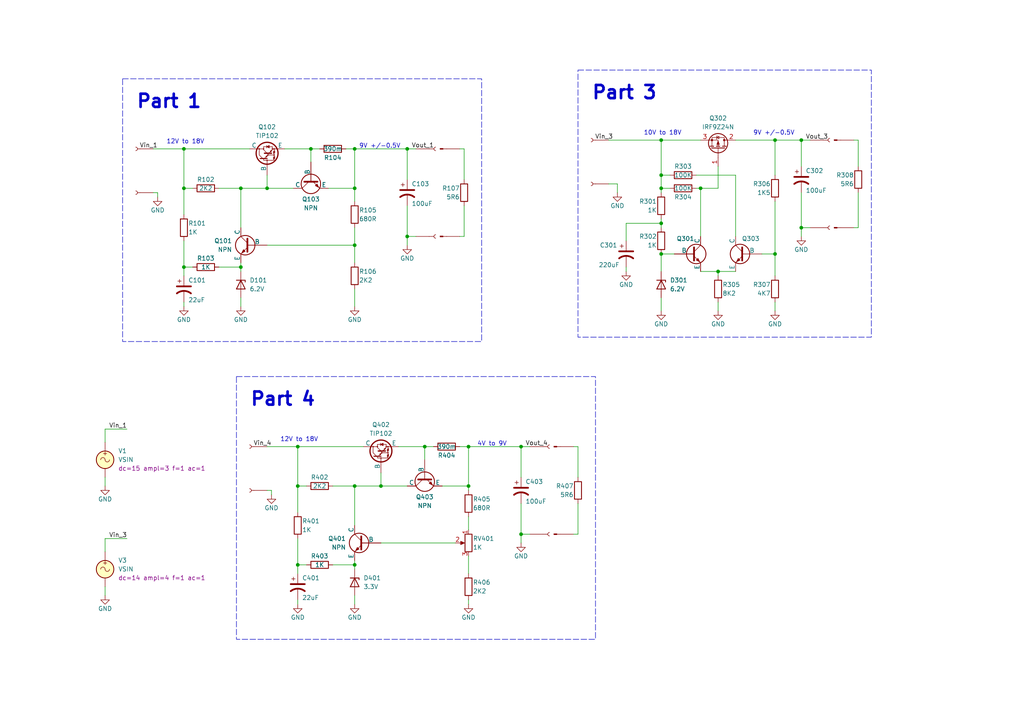
<source format=kicad_sch>
(kicad_sch (version 20230121) (generator eeschema)
  (paper "A4")
  (title_block (title "Discrete Series Linear Voltage Regulators") (date "2024-03-07") (rev "3") (company "ZAM Industries, LLC") (comment 1 "Drawn by: Mark Vaughn"))
  (lib_symbols
    (symbol "2N3904_1" (pin_numbers hide) (pin_names (offset 0))
      (property "Reference" "Q" (at 5.08 1.905 0))
      (property "Value" "2N3904" (at 5.08 0 0))
      (symbol "2N3904_1_0_1"
        (polyline (pts (xy 0.635 0.635) (xy 2.54 2.54)))
        (polyline (pts (xy 0.635 -0.635) (xy 2.54 -2.54) (xy 2.54 -2.54)))
        (polyline (pts (xy 0.635 1.905) (xy 0.635 -1.905) (xy 0.635 -1.905)) (stroke (width 0.508)))
        (polyline (pts (xy 1.27 -1.778) (xy 1.778 -1.27) (xy 2.286 -2.286) (xy 1.27 -1.778) (xy 1.27 -1.778)) (fill (type outline)))
        (circle (center 1.27 0) (radius 2.8194) (stroke (width 0.254)))
      )
      (symbol "2N3904_1_1_1"
        (pin passive line (at 2.54 -5.08 90) (length 2.54) (name "E") (number "1"))
        (pin passive line (at -5.08 0 0) (length 5.715) (name "B") (number "2"))
        (pin passive line (at 2.54 5.08 270) (length 2.54) (name "C") (number "3"))
      )
    )
    (symbol "2N3904_2" (pin_numbers hide) (pin_names (offset 0))
      (property "Reference" "Q" (at 5.08 1.905 0))
      (property "Value" "2N3904" (at 5.08 0 0))
      (symbol "2N3904_2_0_1"
        (polyline (pts (xy 0.635 0.635) (xy 2.54 2.54)))
        (polyline (pts (xy 0.635 -0.635) (xy 2.54 -2.54) (xy 2.54 -2.54)))
        (polyline (pts (xy 0.635 1.905) (xy 0.635 -1.905) (xy 0.635 -1.905)) (stroke (width 0.508)))
        (polyline (pts (xy 1.27 -1.778) (xy 1.778 -1.27) (xy 2.286 -2.286) (xy 1.27 -1.778) (xy 1.27 -1.778)) (fill (type outline)))
        (circle (center 1.27 0) (radius 2.8194) (stroke (width 0.254)))
      )
      (symbol "2N3904_2_1_1"
        (pin passive line (at 2.54 -5.08 90) (length 2.54) (name "E") (number "1"))
        (pin passive line (at -5.08 0 0) (length 5.715) (name "B") (number "2"))
        (pin passive line (at 2.54 5.08 270) (length 2.54) (name "C") (number "3"))
      )
    )
    (symbol "Conn_01x01_Socket_2" (pin_numbers hide) (pin_names (offset 1.016) hide)
      (property "Reference" "J" (at 0 2.54 0))
      (property "Value" "Conn_01x01_Socket" (at 0 -2.54 0))
      (symbol "Conn_01x01_Socket_2_1_1"
        (polyline (pts (xy -1.27 0) (xy -0.508 0)) (stroke (width 0.1524)))
        (arc (start 0 0.508) (mid -0.5058 0) (end 0 -0.508) (stroke (width 0.1524)))
        (pin passive line (at -5.08 0 0) (length 3.81) (name "Pin_1") (number "1"))
      )
    )
    (symbol "Device:C_Polarized_US" (pin_numbers hide) (pin_names (offset 0.254) hide)
      (property "Reference" "C" (at 0.635 2.54 0))
      (property "Value" "C_Polarized_US" (at 0.635 -2.54 0))
      (symbol "C_Polarized_US_0_1"
        (polyline (pts (xy -2.032 0.762) (xy 2.032 0.762)) (stroke (width 0.508)))
        (polyline (pts (xy -1.778 2.286) (xy -0.762 2.286)))
        (polyline (pts (xy -1.27 1.778) (xy -1.27 2.794)))
        (arc (start 2.032 -1.27) (mid 0 -0.5572) (end -2.032 -1.27) (stroke (width 0.508)))
      )
      (symbol "C_Polarized_US_1_1"
        (pin passive line (at 0 3.81 270) (length 2.794) (name "~") (number "1"))
        (pin passive line (at 0 -3.81 90) (length 3.302) (name "~") (number "2"))
      )
    )
    (symbol "Device:D_Zener" (pin_numbers hide) (pin_names (offset 1.016) hide)
      (property "Reference" "D" (at 0 2.54 0))
      (property "Value" "D_Zener" (at 0 -2.54 0))
      (symbol "D_Zener_0_1"
        (polyline (pts (xy 1.27 0) (xy -1.27 0)))
        (polyline (pts (xy -1.27 -1.27) (xy -1.27 1.27) (xy -0.762 1.27)) (stroke (width 0.254)))
        (polyline (pts (xy 1.27 -1.27) (xy 1.27 1.27) (xy -1.27 0) (xy 1.27 -1.27)) (stroke (width 0.254)))
      )
      (symbol "D_Zener_1_1"
        (pin passive line (at -3.81 0 0) (length 2.54) (name "K") (number "1"))
        (pin passive line (at 3.81 0 180) (length 2.54) (name "A") (number "2"))
      )
    )
    (symbol "Device:Q_PMOS_GDS" (pin_names (offset 0) hide)
      (property "Reference" "Q" (at 5.08 1.27 0))
      (property "Value" "Q_PMOS_GDS" (at 5.08 -1.27 0))
      (symbol "Q_PMOS_GDS_0_1"
        (polyline (pts (xy 0.254 0) (xy -2.54 0)))
        (polyline (pts (xy 0.254 1.905) (xy 0.254 -1.905)) (stroke (width 0.254)))
        (polyline (pts (xy 0.762 -1.27) (xy 0.762 -2.286)) (stroke (width 0.254)))
        (polyline (pts (xy 0.762 0.508) (xy 0.762 -0.508)) (stroke (width 0.254)))
        (polyline (pts (xy 0.762 2.286) (xy 0.762 1.27)) (stroke (width 0.254)))
        (polyline (pts (xy 2.54 2.54) (xy 2.54 1.778)))
        (polyline (pts (xy 2.54 -2.54) (xy 2.54 0) (xy 0.762 0)))
        (polyline (pts (xy 0.762 1.778) (xy 3.302 1.778) (xy 3.302 -1.778) (xy 0.762 -1.778)))
        (polyline (pts (xy 2.286 0) (xy 1.27 0.381) (xy 1.27 -0.381) (xy 2.286 0)) (fill (type outline)))
        (polyline (pts (xy 2.794 -0.508) (xy 2.921 -0.381) (xy 3.683 -0.381) (xy 3.81 -0.254)))
        (polyline (pts (xy 3.302 -0.381) (xy 2.921 0.254) (xy 3.683 0.254) (xy 3.302 -0.381)))
        (circle (center 1.651 0) (radius 2.794) (stroke (width 0.254)))
        (circle (center 2.54 -1.778) (radius 0.254) (fill (type outline)))
        (circle (center 2.54 1.778) (radius 0.254) (fill (type outline)))
      )
      (symbol "Q_PMOS_GDS_1_1"
        (pin input line (at -5.08 0 0) (length 2.54) (name "G") (number "1"))
        (pin passive line (at 2.54 5.08 270) (length 2.54) (name "D") (number "2"))
        (pin passive line (at 2.54 -5.08 90) (length 2.54) (name "S") (number "3"))
      )
    )
    (symbol "Device:R" (pin_numbers hide) (pin_names (offset 0))
      (property "Reference" "R" (at 2.032 0 90))
      (property "Value" "R" (at 0 0 90))
      (symbol "R_0_1"
        (rectangle (start -1.016 -2.54) (end 1.016 2.54) (stroke (width 0.254)))
      )
      (symbol "R_1_1"
        (pin passive line (at 0 3.81 270) (length 1.27) (name "~") (number "1"))
        (pin passive line (at 0 -3.81 90) (length 1.27) (name "~") (number "2"))
      )
    )
    (symbol "Device:R_Potentiometer" (pin_names (offset 1.016) hide)
      (property "Reference" "RV" (at -4.445 0 90))
      (property "Value" "R_Potentiometer" (at -2.54 0 90))
      (symbol "R_Potentiometer_0_1"
        (polyline (pts (xy 2.54 0) (xy 1.524 0)))
        (polyline (pts (xy 1.143 0) (xy 2.286 0.508) (xy 2.286 -0.508) (xy 1.143 0)) (fill (type outline)))
        (rectangle (start 1.016 2.54) (end -1.016 -2.54) (stroke (width 0.254)))
      )
      (symbol "R_Potentiometer_1_1"
        (pin passive line (at 0 3.81 270) (length 1.27) (name "1") (number "1"))
        (pin passive line (at 3.81 0 180) (length 1.27) (name "2") (number "2"))
        (pin passive line (at 0 -3.81 90) (length 1.27) (name "3") (number "3"))
      )
    )
    (symbol "LarryLab:Output_Terminal" (pin_numbers hide) (pin_names (offset 1.016) hide)
      (property "Sim.Device" "R" (at -3.81 -5.08 0))
      (property "Sim.Pins" "1=+ 2=-" (at 0 -7.62 0))
      (property "Sim.Params" "r=0.0001" (at 0 -5.08 0))
      (symbol "Output_Terminal_1_1"
        (arc (start -0.635 0.508) (mid -1.1408 0) (end -0.635 -0.508) (stroke (width 0.1524)))
        (polyline (pts (xy -2.54 0) (xy -1.143 0)) (stroke (width 0.1524)))
        (polyline (pts (xy 2.54 0) (xy 1.4986 0)) (stroke (width 0.1524)))
        (rectangle (start 1.4986 0.127) (end 0.635 -0.127) (stroke (width 0.1524)) (fill (type outline)))
        (pin passive line (at -6.35 0 0) (length 3.81) (name "In") (number "1"))
        (pin passive line (at 6.35 0 180) (length 3.81) (name "Out") (number "2"))
      )
    )
    (symbol "Simulation_SPICE:VSIN" (pin_numbers hide) (pin_names (offset 0.0254))
      (property "Reference" "V" (at 2.54 2.54 0))
      (property "Value" "VSIN" (at 2.54 0 0))
      (property "Sim.Params" "dc=0 ampl=1 f=1k ac=1" (at 2.54 -2.54 0))
      (symbol "VSIN_0_0"
        (arc (start 0 0) (mid -0.635 0.6323) (end -1.27 0))
        (arc (start 0 0) (mid 0.635 -0.6323) (end 1.27 0))
        (text "+" (at 0 1.905 0) (effects (font (size 1.27 1.27))))
      )
      (symbol "VSIN_0_1"
        (circle (center 0 0) (radius 2.54) (stroke (width 0.254)) (fill (type background)))
      )
      (symbol "VSIN_1_1"
        (pin passive line (at 0 5.08 270) (length 2.54) (name "~") (number "1"))
        (pin passive line (at 0 -5.08 90) (length 2.54) (name "~") (number "2"))
      )
    )
    (symbol "Transistor_BJT:2N3904" (pin_numbers hide) (pin_names (offset 0))
      (property "Reference" "Q" (at 5.08 1.905 0))
      (property "Value" "2N3904" (at 5.08 0 0))
      (symbol "2N3904_0_1"
        (polyline (pts (xy 0.635 0.635) (xy 2.54 2.54)))
        (polyline (pts (xy 0.635 -0.635) (xy 2.54 -2.54) (xy 2.54 -2.54)))
        (polyline (pts (xy 0.635 1.905) (xy 0.635 -1.905) (xy 0.635 -1.905)) (stroke (width 0.508)))
        (polyline (pts (xy 1.27 -1.778) (xy 1.778 -1.27) (xy 2.286 -2.286) (xy 1.27 -1.778) (xy 1.27 -1.778)) (fill (type outline)))
        (circle (center 1.27 0) (radius 2.8194) (stroke (width 0.254)))
      )
      (symbol "2N3904_1_1"
        (pin passive line (at 2.54 -5.08 90) (length 2.54) (name "E") (number "1"))
        (pin passive line (at -5.08 0 0) (length 5.715) (name "B") (number "2"))
        (pin passive line (at 2.54 5.08 270) (length 2.54) (name "C") (number "3"))
      )
    )
    (symbol "Transistor_BJT:TIP120" (pin_numbers hide) (pin_names (offset 0))
      (property "Reference" "Q" (at 5.08 1.905 0))
      (property "Value" "TIP120" (at 5.08 0 0))
      (symbol "TIP120_0_1"
        (circle (center -0.762 0) (radius 0.127))
        (polyline (pts (xy -1.27 0) (xy -0.889 0)))
        (polyline (pts (xy 2.54 -2.032) (xy 2.54 -2.54)))
        (polyline (pts (xy 2.54 -1.524) (xy 3.175 -1.524)))
        (polyline (pts (xy 2.794 0.127) (xy 3.556 0.127)))
        (polyline (pts (xy 3.175 -0.635) (xy 3.175 -1.524)))
        (polyline (pts (xy 3.175 1.016) (xy 2.54 1.016)))
        (polyline (pts (xy 3.175 1.016) (xy 3.175 0.127)))
        (polyline (pts (xy -0.254 0.762) (xy 0.762 -0.254) (xy 1.27 -0.254)))
        (polyline (pts (xy -0.254 1.016) (xy -0.762 1.016) (xy -0.762 -2.032)))
        (polyline (pts (xy -0.254 1.27) (xy 0.762 2.286) (xy 2.54 2.286)))
        (polyline (pts (xy -0.254 2.032) (xy -0.254 0) (xy -0.254 0)) (stroke (width 0.3048)))
        (polyline (pts (xy 1.27 0.762) (xy 1.27 -1.27) (xy 1.27 -1.27)) (stroke (width 0.381)))
        (polyline (pts (xy 0.635 -0.127) (xy 0.381 0.381) (xy 0.127 0.127) (xy 0.635 -0.127)))
        (polyline (pts (xy 1.27 -0.508) (xy 2.286 -1.524) (xy 2.54 -1.524) (xy 2.54 -2.032)))
        (polyline (pts (xy 1.27 0) (xy 2.286 1.016) (xy 2.54 1.016) (xy 2.54 2.286)))
        (polyline (pts (xy 2.159 -1.397) (xy 1.905 -0.889) (xy 1.651 -1.143) (xy 2.159 -1.397)))
        (polyline (pts (xy 3.175 0.127) (xy 2.794 -0.635) (xy 3.556 -0.635) (xy 3.175 0.127)) (fill (type outline)))
        (polyline (pts (xy 0.762 -2.032) (xy 0.381 -2.032) (xy 0.254 -2.286) (xy 0.127 -1.778) (xy 0 -2.286) (xy -0.127 -1.778) (xy -0.254 -2.286) (xy -0.381 -1.778) (xy -0.508 -2.032) (xy -0.762 -2.032)))
        (polyline (pts (xy 0.762 -0.254) (xy 0.762 -2.032) (xy 1.143 -2.032) (xy 1.27 -1.778) (xy 1.397 -2.286) (xy 1.524 -1.778) (xy 1.651 -2.286) (xy 1.778 -1.778) (xy 1.905 -2.286) (xy 2.032 -2.032) (xy 2.54 -2.032)))
        (circle (center 0.762 -2.032) (radius 0.127))
        (circle (center 0.762 -0.254) (radius 0.127))
        (circle (center 1.27 0) (radius 3.175) (stroke (width 0.3556)))
        (circle (center 2.54 -2.032) (radius 0.127))
        (circle (center 2.54 -1.524) (radius 0.127))
        (circle (center 2.54 1.016) (radius 0.127))
        (circle (center 2.54 2.286) (radius 0.127))
      )
      (symbol "TIP120_1_1"
        (pin input line (at -5.08 0 0) (length 3.81) (name "B") (number "1"))
        (pin passive line (at 2.54 5.08 270) (length 2.667) (name "C") (number "2"))
        (pin passive line (at 2.54 -5.08 90) (length 2.54) (name "E") (number "3"))
      )
    )
    (symbol "power:GND" (power) (pin_names (offset 0))
      (property "Value" "GND" (at 0 -3.81 0))
      (symbol "GND_0_1"
        (polyline (pts (xy 0 0) (xy 0 -1.27) (xy 1.27 -1.27) (xy 0 -2.54) (xy -1.27 -1.27) (xy 0 -1.27)))
      )
      (symbol "GND_1_1"
        (pin power_in line (at 0 0 270) (length 0) hide (name "GND") (number "1"))
      )
    )
  )
  (junction (at 191.77 54.61))
  (junction (at 53.34 43.18))
  (junction (at 102.87 54.61))
  (junction (at 151.13 129.54))
  (junction (at 118.11 43.18))
  (junction (at 191.77 50.8))
  (junction (at 102.87 43.18))
  (junction (at 86.36 163.83))
  (junction (at 232.41 66.04))
  (junction (at 191.77 64.77))
  (junction (at 53.34 77.47))
  (junction (at 53.34 54.61))
  (junction (at 191.77 40.64))
  (junction (at 224.79 40.64))
  (junction (at 102.87 140.97))
  (junction (at 77.47 54.61))
  (junction (at 118.11 68.58))
  (junction (at 102.87 71.12))
  (junction (at 208.28 78.74))
  (junction (at 135.89 140.97))
  (junction (at 191.77 73.66))
  (junction (at 102.87 163.83))
  (junction (at 86.36 140.97))
  (junction (at 232.41 40.64))
  (junction (at 90.17 43.18))
  (junction (at 69.85 77.47))
  (junction (at 86.36 129.54))
  (junction (at 123.19 129.54))
  (junction (at 135.89 129.54))
  (junction (at 69.85 54.61))
  (junction (at 203.2 54.61))
  (junction (at 151.13 154.94))
  (junction (at 110.49 140.97))
  (junction (at 224.79 73.66))
  (wire (pts (xy 30.48 156.21) (xy 36.83 156.21)))
  (wire (pts (xy 224.79 58.42) (xy 224.79 73.66)))
  (wire (pts (xy 201.93 50.8) (xy 213.36 50.8)))
  (wire (pts (xy 53.34 77.47) (xy 55.88 77.47)))
  (wire (pts (xy 203.2 78.74) (xy 208.28 78.74)))
  (wire (pts (xy 69.85 54.61) (xy 69.85 66.04)))
  (wire (pts (xy 115.57 129.54) (xy 123.19 129.54)))
  (wire (pts (xy 181.61 77.47) (xy 181.61 78.74)))
  (wire (pts (xy 78.74 143.51) (xy 78.74 142.24)))
  (wire (pts (xy 232.41 66.04) (xy 234.95 66.04)))
  (wire (pts (xy 86.36 156.21) (xy 86.36 163.83)))
  (wire (pts (xy 102.87 83.82) (xy 102.87 88.9)))
  (wire (pts (xy 224.79 87.63) (xy 224.79 90.17)))
  (wire (pts (xy 30.48 170.18) (xy 30.48 172.72)))
  (wire (pts (xy 213.36 50.8) (xy 213.36 68.58)))
  (wire (pts (xy 248.92 48.26) (xy 248.92 40.64)))
  (wire (pts (xy 133.35 68.58) (xy 134.62 68.58)))
  (wire (pts (xy 208.28 78.74) (xy 213.36 78.74)))
  (wire (pts (xy 45.72 55.88) (xy 44.45 55.88)))
  (wire (pts (xy 53.34 43.18) (xy 72.39 43.18)))
  (wire (pts (xy 118.11 59.69) (xy 118.11 68.58)))
  (wire (pts (xy 77.47 54.61) (xy 85.09 54.61)))
  (wire (pts (xy 135.89 129.54) (xy 151.13 129.54)))
  (wire (pts (xy 69.85 77.47) (xy 69.85 78.74)))
  (wire (pts (xy 123.19 129.54) (xy 123.19 133.35)))
  (wire (pts (xy 53.34 77.47) (xy 53.34 80.01)))
  (wire (pts (xy 133.35 43.18) (xy 134.62 43.18)))
  (wire (pts (xy 118.11 52.07) (xy 118.11 43.18)))
  (wire (pts (xy 53.34 87.63) (xy 53.34 88.9)))
  (wire (pts (xy 135.89 161.29) (xy 135.89 166.37)))
  (wire (pts (xy 135.89 173.99) (xy 135.89 175.26)))
  (wire (pts (xy 224.79 40.64) (xy 224.79 50.8)))
  (wire (pts (xy 53.34 54.61) (xy 53.34 62.23)))
  (wire (pts (xy 135.89 149.86) (xy 135.89 153.67)))
  (wire (pts (xy 86.36 163.83) (xy 88.9 163.83)))
  (wire (pts (xy 86.36 173.99) (xy 86.36 175.26)))
  (wire (pts (xy 134.62 59.69) (xy 134.62 68.58)))
  (wire (pts (xy 135.89 129.54) (xy 135.89 140.97)))
  (wire (pts (xy 181.61 64.77) (xy 191.77 64.77)))
  (wire (pts (xy 191.77 50.8) (xy 191.77 54.61)))
  (wire (pts (xy 86.36 129.54) (xy 105.41 129.54)))
  (wire (pts (xy 69.85 54.61) (xy 77.47 54.61)))
  (wire (pts (xy 203.2 40.64) (xy 191.77 40.64)))
  (wire (pts (xy 247.65 40.64) (xy 248.92 40.64)))
  (wire (pts (xy 63.5 77.47) (xy 69.85 77.47)))
  (wire (pts (xy 191.77 40.64) (xy 191.77 50.8)))
  (wire (pts (xy 176.53 40.64) (xy 191.77 40.64)))
  (wire (pts (xy 151.13 146.05) (xy 151.13 154.94)))
  (wire (pts (xy 77.47 129.54) (xy 86.36 129.54)))
  (wire (pts (xy 95.25 54.61) (xy 102.87 54.61)))
  (wire (pts (xy 191.77 64.77) (xy 191.77 66.04)))
  (wire (pts (xy 123.19 129.54) (xy 125.73 129.54)))
  (wire (pts (xy 86.36 129.54) (xy 86.36 140.97)))
  (wire (pts (xy 77.47 71.12) (xy 102.87 71.12)))
  (wire (pts (xy 247.65 66.04) (xy 248.92 66.04)))
  (wire (pts (xy 102.87 140.97) (xy 102.87 152.4)))
  (wire (pts (xy 102.87 43.18) (xy 118.11 43.18)))
  (wire (pts (xy 100.33 43.18) (xy 102.87 43.18)))
  (wire (pts (xy 69.85 76.2) (xy 69.85 77.47)))
  (wire (pts (xy 96.52 140.97) (xy 102.87 140.97)))
  (wire (pts (xy 191.77 54.61) (xy 194.31 54.61)))
  (wire (pts (xy 90.17 43.18) (xy 90.17 46.99)))
  (wire (pts (xy 167.64 138.43) (xy 167.64 129.54)))
  (wire (pts (xy 151.13 154.94) (xy 153.67 154.94)))
  (wire (pts (xy 191.77 78.74) (xy 191.77 73.66)))
  (wire (pts (xy 128.27 140.97) (xy 135.89 140.97)))
  (wire (pts (xy 232.41 55.88) (xy 232.41 66.04)))
  (wire (pts (xy 102.87 54.61) (xy 102.87 58.42)))
  (wire (pts (xy 96.52 163.83) (xy 102.87 163.83)))
  (wire (pts (xy 181.61 69.85) (xy 181.61 64.77)))
  (wire (pts (xy 208.28 54.61) (xy 203.2 54.61)))
  (wire (pts (xy 232.41 66.04) (xy 232.41 68.58)))
  (wire (pts (xy 102.87 66.04) (xy 102.87 71.12)))
  (wire (pts (xy 118.11 43.18) (xy 120.65 43.18)))
  (wire (pts (xy 45.72 57.15) (xy 45.72 55.88)))
  (wire (pts (xy 134.62 52.07) (xy 134.62 43.18)))
  (wire (pts (xy 118.11 68.58) (xy 118.11 71.12)))
  (wire (pts (xy 179.07 55.88) (xy 179.07 53.34)))
  (wire (pts (xy 151.13 138.43) (xy 151.13 129.54)))
  (wire (pts (xy 191.77 86.36) (xy 191.77 90.17)))
  (wire (pts (xy 86.36 140.97) (xy 88.9 140.97)))
  (wire (pts (xy 53.34 43.18) (xy 53.34 54.61)))
  (wire (pts (xy 195.58 73.66) (xy 191.77 73.66)))
  (wire (pts (xy 224.79 40.64) (xy 232.41 40.64)))
  (wire (pts (xy 191.77 63.5) (xy 191.77 64.77)))
  (wire (pts (xy 82.55 43.18) (xy 90.17 43.18)))
  (wire (pts (xy 201.93 54.61) (xy 203.2 54.61)))
  (wire (pts (xy 102.87 43.18) (xy 102.87 54.61)))
  (wire (pts (xy 102.87 71.12) (xy 102.87 76.2)))
  (wire (pts (xy 69.85 86.36) (xy 69.85 88.9)))
  (wire (pts (xy 102.87 163.83) (xy 102.87 165.1)))
  (wire (pts (xy 110.49 140.97) (xy 118.11 140.97)))
  (wire (pts (xy 78.74 142.24) (xy 77.47 142.24)))
  (wire (pts (xy 135.89 140.97) (xy 135.89 142.24)))
  (wire (pts (xy 102.87 172.72) (xy 102.87 175.26)))
  (wire (pts (xy 166.37 129.54) (xy 167.64 129.54)))
  (wire (pts (xy 30.48 160.02) (xy 30.48 156.21)))
  (wire (pts (xy 63.5 54.61) (xy 69.85 54.61)))
  (wire (pts (xy 220.98 73.66) (xy 224.79 73.66)))
  (wire (pts (xy 224.79 73.66) (xy 224.79 80.01)))
  (wire (pts (xy 133.35 129.54) (xy 135.89 129.54)))
  (wire (pts (xy 208.28 48.26) (xy 208.28 54.61)))
  (wire (pts (xy 208.28 78.74) (xy 208.28 80.01)))
  (wire (pts (xy 166.37 154.94) (xy 167.64 154.94)))
  (wire (pts (xy 110.49 157.48) (xy 132.08 157.48)))
  (wire (pts (xy 208.28 87.63) (xy 208.28 90.17)))
  (wire (pts (xy 232.41 40.64) (xy 234.95 40.64)))
  (wire (pts (xy 151.13 129.54) (xy 153.67 129.54)))
  (wire (pts (xy 191.77 50.8) (xy 194.31 50.8)))
  (wire (pts (xy 248.92 66.04) (xy 248.92 55.88)))
  (wire (pts (xy 86.36 163.83) (xy 86.36 166.37)))
  (wire (pts (xy 30.48 128.27) (xy 30.48 124.46)))
  (wire (pts (xy 179.07 53.34) (xy 176.53 53.34)))
  (wire (pts (xy 90.17 43.18) (xy 92.71 43.18)))
  (wire (pts (xy 77.47 54.61) (xy 77.47 50.8)))
  (wire (pts (xy 167.64 146.05) (xy 167.64 154.94)))
  (wire (pts (xy 232.41 48.26) (xy 232.41 40.64)))
  (wire (pts (xy 213.36 40.64) (xy 224.79 40.64)))
  (wire (pts (xy 86.36 140.97) (xy 86.36 148.59)))
  (wire (pts (xy 102.87 140.97) (xy 110.49 140.97)))
  (wire (pts (xy 30.48 124.46) (xy 36.83 124.46)))
  (wire (pts (xy 110.49 140.97) (xy 110.49 137.16)))
  (wire (pts (xy 44.45 43.18) (xy 53.34 43.18)))
  (wire (pts (xy 30.48 138.43) (xy 30.48 140.97)))
  (wire (pts (xy 118.11 68.58) (xy 120.65 68.58)))
  (wire (pts (xy 53.34 69.85) (xy 53.34 77.47)))
  (wire (pts (xy 102.87 162.56) (xy 102.87 163.83)))
  (wire (pts (xy 191.77 54.61) (xy 191.77 55.88)))
  (wire (pts (xy 151.13 154.94) (xy 151.13 157.48)))
  (wire (pts (xy 53.34 54.61) (xy 55.88 54.61)))
  (wire (pts (xy 203.2 68.58) (xy 203.2 54.61)))
  (rectangle (start 167.64 20.32) (end 252.73 97.79) (stroke (width 0) (type dash)))
  (rectangle (start 35.56 22.86) (end 139.7 99.06) (stroke (width 0) (type dash)))
  (rectangle (start 68.58 109.22) (end 172.72 185.42) (stroke (width 0) (type dash)))
  (text "4V to 9V" (at 138.43 129.54 0) (effects (font (size 1.27 1.27)) (justify left bottom)))
  (text "10V to 18V" (at 186.69 39.37 0) (effects (font (size 1.27 1.27)) (justify left bottom)))
  (text "12V to 18V" (at 48.26 41.91 0) (effects (font (size 1.27 1.27)) (justify left bottom)))
  (text "Part 4" (at 72.39 118.11 0) (effects (font (size 3.81 3.81) (thickness 0.762) bold) (justify left bottom)))
  (text "Part 3" (at 171.45 29.21 0) (effects (font (size 3.81 3.81) (thickness 0.762) bold) (justify left bottom)))
  (text "9V +/-0.5V" (at 218.44 39.37 0) (effects (font (size 1.27 1.27)) (justify left bottom)))
  (text "9V +/-0.5V" (at 104.14 43.18 0) (effects (font (size 1.27 1.27)) (justify left bottom)))
  (text "Part 1" (at 39.37 31.75 0) (effects (font (size 3.81 3.81) (thickness 0.762) bold) (justify left bottom)))
  (text "12V to 18V" (at 81.28 128.27 0) (effects (font (size 1.27 1.27)) (justify left bottom)))
  (label "Vin_1" (at 45.72 43.18 180))
  (label "Vin_1" (at 36.83 124.46 180))
  (label "Vin_3" (at 36.83 156.21 180))
  (label "Vout_3" (at 233.68 40.64 0))
  (label "Vout_1" (at 119.38 43.18 0))
  (label "Vout_4" (at 152.4 129.54 0))
  (label "Vin_3" (at 177.8 40.64 180))
  (label "Vin_4" (at 78.74 129.54 180))
  (symbol (lib_name "2N3904_1") (lib_id "Transistor_BJT:2N3904") (at 72.39 71.12 0) (mirror y) (unit 1)
    (property "Reference" "Q101" (at 67.31 69.85 0) (effects (justify left)))
    (property "Value" "NPN" (at 67.31 72.39 0) (effects (justify left)))
    (property "Footprint" "Package_TO_SOT_THT:TO-92L_Inline_Wide" (effects hide))
    (property "Datasheet" "https://www.onsemi.com/pub/Collateral/2N3903-D.PDF" (effects hide))
    (property "Sim.Device" "NPN" (effects hide))
    (property "Sim.Type" "GUMMELPOON" (effects hide))
    (property "Sim.Pins" "1=E 2=B 3=C" (effects hide))
  )
  (symbol (lib_id "power:GND") (at 102.87 175.26 0) (unit 1)
    (property "Reference" "#PWR0105" (effects hide))
    (property "Value" "GND" (at 102.87 179.07 0))
  )
  (symbol (lib_id "Device:R") (at 53.34 66.04 0) (unit 1)
    (property "Reference" "R101" (at 54.61 64.77 0) (effects (justify left)))
    (property "Value" "1K" (at 54.61 67.31 0) (effects (justify left)))
    (property "Footprint" "Resistor_THT:R_Axial_DIN0207_L6.3mm_D2.5mm_P7.62mm_Horizontal" (effects hide))
  )
  (symbol (lib_id "Device:R") (at 59.69 77.47 90) (unit 1)
    (property "Reference" "R103" (at 59.69 74.93 90))
    (property "Value" "1K" (at 59.69 77.47 90))
    (property "Footprint" "Resistor_THT:R_Axial_DIN0207_L6.3mm_D2.5mm_P7.62mm_Horizontal" (effects hide))
  )
  (symbol (lib_id "Device:R") (at 167.64 142.24 0) (mirror y) (unit 1) (on_board no)
    (property "Reference" "R407" (at 166.37 140.97 0) (effects (justify left)))
    (property "Value" "5R6" (at 166.37 143.51 0) (effects (justify left)))
  )
  (symbol (lib_name "Conn_01x01_Socket_2") (lib_id "Connector:Conn_01x01_Socket") (at 39.37 55.88 180) (unit 1)
    (property "Reference" "J102" (effects hide))
    (property "Value" "Conn_01x01_Socket" (effects hide))
    (property "Footprint" "TestPoint:TestPoint_Loop_D2.54mm_Drill1.5mm_Beaded" (effects hide))
    (property "Sim.Device" "R" (effects hide))
    (property "Sim.Pins" "1=+" (effects hide))
    (property "Sim.Params" "r=0" (effects hide))
    (property "Sim.Enable" "0" (effects hide))
  )
  (symbol (lib_id "Device:R_Potentiometer") (at 135.89 157.48 0) (mirror y) (unit 1)
    (property "Reference" "RV401" (at 137.16 156.21 0) (effects (justify right)))
    (property "Value" "1K" (at 137.16 158.75 0) (effects (justify right)))
  )
  (symbol (lib_id "Device:C_Polarized_US") (at 118.11 55.88 0) (unit 1)
    (property "Reference" "C103" (at 119.38 53.34 0) (effects (justify left)))
    (property "Value" "100uF" (at 119.38 59.055 0) (effects (justify left)))
    (property "Footprint" "Capacitor_THT:CP_Radial_D10.0mm_P5.00mm" (effects hide))
  )
  (symbol (lib_id "power:GND") (at 86.36 175.26 0) (unit 1)
    (property "Reference" "#PWR0104" (effects hide))
    (property "Value" "GND" (at 86.36 179.07 0))
  )
  (symbol (lib_id "Device:R") (at 92.71 140.97 90) (unit 1)
    (property "Reference" "R402" (at 92.71 138.43 90))
    (property "Value" "2K2" (at 92.71 140.97 90))
    (property "Footprint" "Resistor_THT:R_Axial_DIN0207_L6.3mm_D2.5mm_P7.62mm_Horizontal" (effects hide))
  )
  (symbol (lib_id "Device:Q_PMOS_GDS") (at 208.28 43.18 270) (mirror x) (unit 1)
    (property "Reference" "Q302" (at 208.28 34.29 90))
    (property "Value" "IRF9Z24N" (at 208.28 36.83 90))
    (property "Footprint" "Package_TO_SOT_THT:TO-220-3_Vertical" (effects hide))
    (property "Sim.Device" "PMOS" (effects hide))
    (property "Sim.Type" "VDMOS" (effects hide))
    (property "Sim.Pins" "1=D 2=G 3=S" (effects hide))
  )
  (symbol (lib_id "Device:R") (at 198.12 50.8 90) (unit 1)
    (property "Reference" "R303" (at 198.12 48.26 90))
    (property "Value" "100K" (at 198.12 50.8 90))
    (property "Footprint" "Resistor_THT:R_Axial_DIN0207_L6.3mm_D2.5mm_P7.62mm_Horizontal" (effects hide))
  )
  (symbol (lib_id "power:GND") (at 102.87 88.9 0) (unit 1)
    (property "Reference" "#PWR03" (effects hide))
    (property "Value" "GND" (at 102.87 92.71 0))
  )
  (symbol (lib_id "Device:R") (at 224.79 54.61 0) (mirror y) (unit 1)
    (property "Reference" "R306" (at 223.52 53.34 0) (effects (justify left)))
    (property "Value" "1K5" (at 223.52 55.88 0) (effects (justify left)))
    (property "Footprint" "Resistor_THT:R_Axial_DIN0207_L6.3mm_D2.5mm_P7.62mm_Horizontal" (effects hide))
  )
  (symbol (lib_id "Transistor_BJT:TIP120") (at 77.47 45.72 90) (unit 1)
    (property "Reference" "Q102" (at 77.47 36.83 90))
    (property "Value" "TIP102" (at 77.47 39.37 90))
    (property "Footprint" "Package_TO_SOT_THT:TO-220-3_Vertical" (effects hide))
    (property "Datasheet" "https://www.onsemi.com/pub/Collateral/TIP120-D.PDF" (effects hide))
    (property "Sim.Device" "SUBCKT" (effects hide))
    (property "Sim.Pins" "1=2 2=1 3=3" (effects hide))
    (property "Sim.Library" "C:\\Users\\v_mar\\Documents\\GitHub\\KiCad-Spice-Library\\Models\\Transistor\\BJT\\BJTDAR.LIB" (effects hide))
    (property "Sim.Name" "TIP120" (effects hide))
  )
  (symbol (lib_name "Conn_01x01_Socket_2") (lib_id "Connector:Conn_01x01_Socket") (at 39.37 43.18 180) (unit 1)
    (property "Reference" "J101" (effects hide))
    (property "Value" "Conn_01x01_Socket" (effects hide))
    (property "Footprint" "TestPoint:TestPoint_Loop_D2.54mm_Drill1.5mm_Beaded" (effects hide))
    (property "Sim.Device" "R" (effects hide))
    (property "Sim.Pins" "1=+" (effects hide))
    (property "Sim.Params" "r=0" (effects hide))
    (property "Sim.Enable" "0" (effects hide))
  )
  (symbol (lib_name "Conn_01x01_Socket_2") (lib_id "Connector:Conn_01x01_Socket") (at 72.39 142.24 180) (unit 1)
    (property "Reference" "J402" (effects hide))
    (property "Value" "Conn_01x01_Socket" (effects hide))
    (property "Footprint" "TestPoint:TestPoint_Loop_D2.54mm_Drill1.5mm_Beaded" (effects hide))
    (property "Sim.Device" "R" (effects hide))
    (property "Sim.Pins" "1=+" (effects hide))
    (property "Sim.Params" "r=0" (effects hide))
    (property "Sim.Enable" "0" (effects hide))
  )
  (symbol (lib_id "LarryLab:Output_Terminal") (at 160.02 129.54 0) (unit 1)
    (property "Reference" "J403" (effects hide))
    (property "Value" "0" (effects hide))
    (property "Footprint" "TestPoint:TestPoint_Loop_D2.54mm_Drill1.5mm_Beaded" (effects hide))
    (property "Sim.Device" "R" (effects hide))
    (property "Sim.Pins" "1=+ 2=-" (effects hide))
    (property "Sim.Params" "r=0.0001" (effects hide))
  )
  (symbol (lib_id "power:GND") (at 78.74 143.51 0) (unit 1)
    (property "Reference" "#PWR0103" (effects hide))
    (property "Value" "GND" (at 78.74 147.32 0))
  )
  (symbol (lib_id "power:GND") (at 30.48 140.97 0) (unit 1)
    (property "Reference" "#PWR0101" (effects hide))
    (property "Value" "GND" (at 30.48 144.78 0))
  )
  (symbol (lib_name "2N3904_2") (lib_id "Transistor_BJT:2N3904") (at 200.66 73.66 0) (unit 1)
    (property "Reference" "Q301" (at 196.215 69.215 0) (effects (justify left)))
    (property "Value" "NPN" (effects hide))
    (property "Footprint" "Package_TO_SOT_THT:TO-92L_Inline_Wide" (effects hide))
    (property "Datasheet" "https://www.onsemi.com/pub/Collateral/2N3903-D.PDF" (effects hide))
    (property "Sim.Device" "NPN" (effects hide))
    (property "Sim.Type" "GUMMELPOON" (effects hide))
    (property "Sim.Pins" "1=C 2=B 3=E" (effects hide))
  )
  (symbol (lib_id "power:GND") (at 30.48 172.72 0) (unit 1)
    (property "Reference" "#PWR0102" (effects hide))
    (property "Value" "GND" (at 30.48 176.53 0))
  )
  (symbol (lib_id "LarryLab:Output_Terminal") (at 127 68.58 0) (unit 1)
    (property "Reference" "J104" (effects hide))
    (property "Value" "Output_Terminal" (effects hide))
    (property "Footprint" "TestPoint:TestPoint_Loop_D2.54mm_Drill1.5mm_Beaded" (effects hide))
    (property "Sim.Device" "R" (effects hide))
    (property "Sim.Pins" "1=+ 2=-" (effects hide))
    (property "Sim.Params" "r=0.0001" (effects hide))
  )
  (symbol (lib_id "LarryLab:Output_Terminal") (at 241.3 66.04 0) (unit 1)
    (property "Reference" "J304" (effects hide))
    (property "Value" "0" (effects hide))
    (property "Footprint" "TestPoint:TestPoint_Loop_D2.54mm_Drill1.5mm_Beaded" (effects hide))
    (property "Sim.Device" "R" (effects hide))
    (property "Sim.Pins" "1=+ 2=-" (effects hide))
    (property "Sim.Params" "r=0.0001" (effects hide))
  )
  (symbol (lib_id "power:GND") (at 208.28 90.17 0) (unit 1)
    (property "Reference" "#PWR0304" (effects hide))
    (property "Value" "GND" (at 208.28 93.98 0))
  )
  (symbol (lib_id "Device:R") (at 129.54 129.54 90) (mirror x) (unit 1)
    (property "Reference" "R404" (at 129.54 132.08 90))
    (property "Value" "390m" (at 129.54 129.54 90))
    (property "Footprint" "Resistor_THT:R_Axial_DIN0207_L6.3mm_D2.5mm_P2.54mm_Vertical" (effects hide))
  )
  (symbol (lib_id "power:GND") (at 53.34 88.9 0) (unit 1)
    (property "Reference" "#PWR0303" (effects hide))
    (property "Value" "GND" (at 53.34 92.71 0))
  )
  (symbol (lib_id "Device:R") (at 208.28 83.82 0) (unit 1)
    (property "Reference" "R305" (at 209.55 82.55 0) (effects (justify left)))
    (property "Value" "8K2" (at 209.55 85.09 0) (effects (justify left)))
    (property "Footprint" "Resistor_THT:R_Axial_DIN0207_L6.3mm_D2.5mm_P7.62mm_Horizontal" (effects hide))
  )
  (symbol (lib_id "Device:C_Polarized_US") (at 151.13 142.24 0) (unit 1)
    (property "Reference" "C403" (at 152.4 139.7 0) (effects (justify left)))
    (property "Value" "100uF" (at 152.4 145.415 0) (effects (justify left)))
    (property "Footprint" "Capacitor_THT:CP_Radial_D10.0mm_P5.00mm" (effects hide))
  )
  (symbol (lib_id "power:GND") (at 118.11 71.12 0) (unit 1)
    (property "Reference" "#PWR04" (effects hide))
    (property "Value" "GND" (at 118.11 74.93 0))
  )
  (symbol (lib_id "Device:C_Polarized_US") (at 181.61 73.66 0) (unit 1)
    (property "Reference" "C301" (at 179.07 71.12 0) (effects (justify right)))
    (property "Value" "220uF" (at 179.705 76.835 0) (effects (justify right)))
    (property "Footprint" "Capacitor_THT:CP_Radial_D10.0mm_P5.00mm" (effects hide))
  )
  (symbol (lib_id "Device:R") (at 134.62 55.88 0) (mirror y) (unit 1) (on_board no)
    (property "Reference" "R107" (at 133.35 54.61 0) (effects (justify left)))
    (property "Value" "5R6" (at 133.35 57.15 0) (effects (justify left)))
  )
  (symbol (lib_id "Device:R") (at 102.87 62.23 0) (unit 1)
    (property "Reference" "R105" (at 104.14 60.96 0) (effects (justify left)))
    (property "Value" "680R" (at 104.14 63.5 0) (effects (justify left)))
    (property "Footprint" "Resistor_THT:R_Axial_DIN0207_L6.3mm_D2.5mm_P7.62mm_Horizontal" (effects hide))
  )
  (symbol (lib_name "2N3904_1") (lib_id "Transistor_BJT:2N3904") (at 105.41 157.48 0) (mirror y) (unit 1)
    (property "Reference" "Q401" (at 100.33 156.21 0) (effects (justify left)))
    (property "Value" "NPN" (at 100.33 158.75 0) (effects (justify left)))
    (property "Footprint" "Package_TO_SOT_THT:TO-92L_Inline_Wide" (effects hide))
    (property "Datasheet" "https://www.onsemi.com/pub/Collateral/2N3903-D.PDF" (effects hide))
    (property "Sim.Device" "NPN" (effects hide))
    (property "Sim.Type" "GUMMELPOON" (effects hide))
    (property "Sim.Pins" "1=E 2=B 3=C" (effects hide))
  )
  (symbol (lib_id "LarryLab:Output_Terminal") (at 127 43.18 0) (unit 1)
    (property "Reference" "J103" (effects hide))
    (property "Value" "0" (effects hide))
    (property "Footprint" "TestPoint:TestPoint_Loop_D2.54mm_Drill1.5mm_Beaded" (effects hide))
    (property "Sim.Device" "R" (effects hide))
    (property "Sim.Pins" "1=+ 2=-" (effects hide))
    (property "Sim.Params" "r=0.0001" (effects hide))
  )
  (symbol (lib_id "power:GND") (at 135.89 175.26 0) (unit 1)
    (property "Reference" "#PWR0106" (effects hide))
    (property "Value" "GND" (at 135.89 179.07 0))
  )
  (symbol (lib_id "Transistor_BJT:TIP120") (at 110.49 132.08 90) (unit 1)
    (property "Reference" "Q402" (at 110.49 123.19 90))
    (property "Value" "TIP102" (at 110.49 125.73 90))
    (property "Footprint" "Package_TO_SOT_THT:TO-220-3_Vertical" (effects hide))
    (property "Datasheet" "https://www.onsemi.com/pub/Collateral/TIP120-D.PDF" (effects hide))
    (property "Sim.Device" "SUBCKT" (effects hide))
    (property "Sim.Pins" "1=2 2=1 3=3" (effects hide))
    (property "Sim.Library" "C:\\Users\\v_mar\\Documents\\GitHub\\KiCad-Spice-Library\\Models\\Transistor\\BJT\\BJTDAR.LIB" (effects hide))
    (property "Sim.Name" "TIP120" (effects hide))
  )
  (symbol (lib_id "Device:R") (at 96.52 43.18 90) (mirror x) (unit 1)
    (property "Reference" "R104" (at 96.52 45.72 90))
    (property "Value" "390m" (at 96.52 43.18 90))
    (property "Footprint" "Resistor_THT:R_Axial_DIN0207_L6.3mm_D2.5mm_P2.54mm_Vertical" (effects hide))
  )
  (symbol (lib_name "2N3904_1") (lib_id "Transistor_BJT:2N3904") (at 123.19 138.43 90) (mirror x) (unit 1)
    (property "Reference" "Q403" (at 123.19 144.145 90))
    (property "Value" "NPN" (at 123.19 146.685 90))
    (property "Footprint" "Package_TO_SOT_THT:TO-92L_Inline_Wide" (effects hide))
    (property "Datasheet" "https://www.onsemi.com/pub/Collateral/2N3903-D.PDF" (effects hide))
    (property "Sim.Device" "NPN" (effects hide))
    (property "Sim.Type" "GUMMELPOON" (effects hide))
    (property "Sim.Pins" "1=E 2=B 3=C" (effects hide))
  )
  (symbol (lib_id "Device:R") (at 135.89 170.18 0) (unit 1)
    (property "Reference" "R406" (at 137.16 168.91 0) (effects (justify left)))
    (property "Value" "2K2" (at 137.16 171.45 0) (effects (justify left)))
    (property "Footprint" "Resistor_THT:R_Axial_DIN0207_L6.3mm_D2.5mm_P7.62mm_Horizontal" (effects hide))
  )
  (symbol (lib_id "Device:R") (at 92.71 163.83 90) (unit 1)
    (property "Reference" "R403" (at 92.71 161.29 90))
    (property "Value" "1K" (at 92.71 163.83 90))
    (property "Footprint" "Resistor_THT:R_Axial_DIN0207_L6.3mm_D2.5mm_P7.62mm_Horizontal" (effects hide))
  )
  (symbol (lib_name "2N3904_1") (lib_id "Transistor_BJT:2N3904") (at 90.17 52.07 90) (mirror x) (unit 1)
    (property "Reference" "Q103" (at 90.17 57.785 90))
    (property "Value" "NPN" (at 90.17 60.325 90))
    (property "Footprint" "Package_TO_SOT_THT:TO-92L_Inline_Wide" (effects hide))
    (property "Datasheet" "https://www.onsemi.com/pub/Collateral/2N3903-D.PDF" (effects hide))
    (property "Sim.Device" "NPN" (effects hide))
    (property "Sim.Type" "GUMMELPOON" (effects hide))
    (property "Sim.Pins" "1=E 2=B 3=C" (effects hide))
  )
  (symbol (lib_id "power:GND") (at 232.41 68.58 0) (unit 1)
    (property "Reference" "#PWR08" (effects hide))
    (property "Value" "GND" (at 232.41 72.39 0))
  )
  (symbol (lib_id "power:GND") (at 151.13 157.48 0) (unit 1)
    (property "Reference" "#PWR0107" (effects hide))
    (property "Value" "GND" (at 151.13 161.29 0))
  )
  (symbol (lib_id "LarryLab:Output_Terminal") (at 160.02 154.94 0) (unit 1)
    (property "Reference" "J404" (effects hide))
    (property "Value" "Output_Terminal" (effects hide))
    (property "Footprint" "TestPoint:TestPoint_Loop_D2.54mm_Drill1.5mm_Beaded" (effects hide))
    (property "Sim.Device" "R" (effects hide))
    (property "Sim.Pins" "1=+ 2=-" (effects hide))
    (property "Sim.Params" "r=0.0001" (effects hide))
  )
  (symbol (lib_id "Device:R") (at 86.36 152.4 0) (unit 1)
    (property "Reference" "R401" (at 87.63 151.13 0) (effects (justify left)))
    (property "Value" "1K" (at 87.63 153.67 0) (effects (justify left)))
    (property "Footprint" "Resistor_THT:R_Axial_DIN0207_L6.3mm_D2.5mm_P7.62mm_Horizontal" (effects hide))
  )
  (symbol (lib_name "Conn_01x01_Socket_2") (lib_id "Connector:Conn_01x01_Socket") (at 171.45 53.34 180) (unit 1)
    (property "Reference" "J302" (effects hide))
    (property "Value" "Conn_01x01_Socket" (effects hide))
    (property "Footprint" "TestPoint:TestPoint_Loop_D2.54mm_Drill1.5mm_Beaded" (effects hide))
    (property "Sim.Device" "R" (effects hide))
    (property "Sim.Pins" "1=+" (effects hide))
    (property "Sim.Params" "r=0" (effects hide))
    (property "Sim.Enable" "0" (effects hide))
  )
  (symbol (lib_id "power:GND") (at 191.77 90.17 0) (unit 1)
    (property "Reference" "#PWR0302" (effects hide))
    (property "Value" "GND" (at 191.77 93.98 0))
  )
  (symbol (lib_id "Device:R") (at 191.77 59.69 0) (mirror y) (unit 1)
    (property "Reference" "R301" (at 190.5 58.42 0) (effects (justify left)))
    (property "Value" "1K" (at 190.5 60.96 0) (effects (justify left)))
    (property "Footprint" "Resistor_THT:R_Axial_DIN0207_L6.3mm_D2.5mm_P7.62mm_Horizontal" (effects hide))
  )
  (symbol (lib_id "Simulation_SPICE:VSIN") (at 30.48 165.1 0) (unit 1) (in_bom no) (on_board no)
    (property "Reference" "V3" (at 34.29 162.5242 0) (effects (justify left)))
    (property "Value" "VSIN" (at 34.29 165.0642 0) (effects (justify left)))
    (property "Sim.Pins" "1=+ 2=-" (effects hide))
    (property "Sim.Params" "dc=14 ampl=4 f=1 ac=1" (at 34.29 167.6042 0) (effects (justify left)))
    (property "Sim.Type" "SIN" (effects hide))
    (property "Sim.Device" "V" (effects hide))
  )
  (symbol (lib_id "Simulation_SPICE:VSIN") (at 30.48 133.35 0) (unit 1) (in_bom no) (on_board no)
    (property "Reference" "V1" (at 34.29 130.7742 0) (effects (justify left)))
    (property "Value" "VSIN" (at 34.29 133.3142 0) (effects (justify left)))
    (property "Sim.Pins" "1=+ 2=-" (effects hide))
    (property "Sim.Params" "dc=15 ampl=3 f=1 ac=1" (at 34.29 135.8542 0) (effects (justify left)))
    (property "Sim.Type" "SIN" (effects hide))
    (property "Sim.Device" "V" (effects hide))
  )
  (symbol (lib_id "Device:D_Zener") (at 191.77 82.55 270) (unit 1)
    (property "Reference" "D301" (at 194.31 81.28 90) (effects (justify left)))
    (property "Value" "6.2V" (at 194.31 83.82 90) (effects (justify left)))
    (property "Footprint" "Diode_THT:D_DO-41_SOD81_P7.62mm_Horizontal" (effects hide))
    (property "Sim.Library" "C:\\Users\\v_mar\\Documents\\GitHub\\KiCad-Spice-Library\\Models\\Diode\\zener.lib" (effects hide))
    (property "Sim.Name" "DI_1N4735A" (effects hide))
    (property "Sim.Device" "SUBCKT" (effects hide))
    (property "Sim.Pins" "1=2 2=1" (effects hide))
  )
  (symbol (lib_id "Device:R") (at 224.79 83.82 0) (mirror y) (unit 1)
    (property "Reference" "R307" (at 223.52 82.55 0) (effects (justify left)))
    (property "Value" "4K7" (at 223.52 85.09 0) (effects (justify left)))
    (property "Footprint" "Resistor_THT:R_Axial_DIN0207_L6.3mm_D2.5mm_P7.62mm_Horizontal" (effects hide))
  )
  (symbol (lib_id "Device:R") (at 191.77 69.85 0) (mirror y) (unit 1)
    (property "Reference" "R302" (at 190.5 68.58 0) (effects (justify left)))
    (property "Value" "1K" (at 190.5 71.12 0) (effects (justify left)))
    (property "Footprint" "Resistor_THT:R_Axial_DIN0207_L6.3mm_D2.5mm_P7.62mm_Horizontal" (effects hide))
  )
  (symbol (lib_name "Conn_01x01_Socket_2") (lib_id "Connector:Conn_01x01_Socket") (at 72.39 129.54 180) (unit 1)
    (property "Reference" "J401" (effects hide))
    (property "Value" "Conn_01x01_Socket" (effects hide))
    (property "Footprint" "TestPoint:TestPoint_Loop_D2.54mm_Drill1.5mm_Beaded" (effects hide))
    (property "Sim.Device" "R" (effects hide))
    (property "Sim.Pins" "1=+" (effects hide))
    (property "Sim.Params" "r=0" (effects hide))
    (property "Sim.Enable" "0" (effects hide))
  )
  (symbol (lib_id "Transistor_BJT:2N3904") (at 215.9 73.66 0) (mirror y) (unit 1)
    (property "Reference" "Q303" (at 220.345 69.215 0) (effects (justify left)))
    (property "Value" "NPN" (effects hide))
    (property "Footprint" "Package_TO_SOT_THT:TO-92L_Inline_Wide" (effects hide))
    (property "Datasheet" "https://www.onsemi.com/pub/Collateral/2N3903-D.PDF" (effects hide))
    (property "Sim.Device" "NPN" (effects hide))
    (property "Sim.Type" "GUMMELPOON" (effects hide))
    (property "Sim.Pins" "1=C 2=B 3=E" (effects hide))
  )
  (symbol (lib_id "Device:R") (at 102.87 80.01 0) (unit 1)
    (property "Reference" "R106" (at 104.14 78.74 0) (effects (justify left)))
    (property "Value" "2K2" (at 104.14 81.28 0) (effects (justify left)))
    (property "Footprint" "Resistor_THT:R_Axial_DIN0207_L6.3mm_D2.5mm_P7.62mm_Horizontal" (effects hide))
  )
  (symbol (lib_id "Device:D_Zener") (at 102.87 168.91 270) (unit 1)
    (property "Reference" "D401" (at 105.41 167.64 90) (effects (justify left)))
    (property "Value" "3.3V" (at 105.41 170.18 90) (effects (justify left)))
    (property "Footprint" "Diode_THT:D_DO-41_SOD81_P7.62mm_Horizontal" (effects hide))
    (property "Sim.Library" "C:\\Users\\v_mar\\Documents\\GitHub\\KiCad-Spice-Library\\Models\\Diode\\zener.lib" (effects hide))
    (property "Sim.Name" "DI_1N4735A" (effects hide))
    (property "Sim.Device" "SUBCKT" (effects hide))
    (property "Sim.Pins" "1=2 2=1" (effects hide))
  )
  (symbol (lib_name "Conn_01x01_Socket_2") (lib_id "Connector:Conn_01x01_Socket") (at 171.45 40.64 180) (unit 1)
    (property "Reference" "J301" (effects hide))
    (property "Value" "Conn_01x01_Socket" (effects hide))
    (property "Footprint" "TestPoint:TestPoint_Loop_D2.54mm_Drill1.5mm_Beaded" (effects hide))
    (property "Sim.Device" "R" (effects hide))
    (property "Sim.Pins" "1=+" (effects hide))
    (property "Sim.Params" "r=0" (effects hide))
    (property "Sim.Enable" "0" (effects hide))
  )
  (symbol (lib_id "Device:R") (at 135.89 146.05 0) (unit 1)
    (property "Reference" "R405" (at 137.16 144.78 0) (effects (justify left)))
    (property "Value" "680R" (at 137.16 147.32 0) (effects (justify left)))
    (property "Footprint" "Resistor_THT:R_Axial_DIN0207_L6.3mm_D2.5mm_P7.62mm_Horizontal" (effects hide))
  )
  (symbol (lib_id "power:GND") (at 181.61 78.74 0) (mirror y) (unit 1)
    (property "Reference" "#PWR0305" (effects hide))
    (property "Value" "GND" (at 181.61 82.55 0))
  )
  (symbol (lib_id "LarryLab:Output_Terminal") (at 241.3 40.64 0) (unit 1)
    (property "Reference" "J303" (effects hide))
    (property "Value" "Output_Terminal" (effects hide))
    (property "Footprint" "TestPoint:TestPoint_Loop_D2.54mm_Drill1.5mm_Beaded" (effects hide))
    (property "Sim.Device" "R" (effects hide))
    (property "Sim.Pins" "1=+ 2=-" (effects hide))
    (property "Sim.Params" "r=0.0001" (effects hide))
  )
  (symbol (lib_id "Device:D_Zener") (at 69.85 82.55 270) (unit 1)
    (property "Reference" "D101" (at 72.39 81.28 90) (effects (justify left)))
    (property "Value" "6.2V" (at 72.39 83.82 90) (effects (justify left)))
    (property "Footprint" "Diode_THT:D_DO-41_SOD81_P7.62mm_Horizontal" (effects hide))
    (property "Sim.Library" "C:\\Users\\v_mar\\Documents\\GitHub\\KiCad-Spice-Library\\Models\\Diode\\zener.lib" (effects hide))
    (property "Sim.Name" "DI_1N4735A" (effects hide))
    (property "Sim.Device" "SUBCKT" (effects hide))
    (property "Sim.Pins" "1=2 2=1" (effects hide))
  )
  (symbol (lib_id "Device:C_Polarized_US") (at 53.34 83.82 0) (unit 1)
    (property "Reference" "C101" (at 54.61 81.28 0) (effects (justify left)))
    (property "Value" "22uF" (at 54.61 86.995 0) (effects (justify left)))
    (property "Footprint" "Capacitor_THT:CP_Radial_D10.0mm_P5.00mm" (effects hide))
  )
  (symbol (lib_id "Device:R") (at 59.69 54.61 90) (unit 1)
    (property "Reference" "R102" (at 59.69 52.07 90))
    (property "Value" "2K2" (at 59.69 54.61 90))
    (property "Footprint" "Resistor_THT:R_Axial_DIN0207_L6.3mm_D2.5mm_P7.62mm_Horizontal" (effects hide))
  )
  (symbol (lib_id "Device:R") (at 198.12 54.61 90) (mirror x) (unit 1)
    (property "Reference" "R304" (at 198.12 57.15 90))
    (property "Value" "100K" (at 198.12 54.61 90))
    (property "Footprint" "Resistor_THT:R_Axial_DIN0207_L6.3mm_D2.5mm_P7.62mm_Horizontal" (effects hide))
  )
  (symbol (lib_id "power:GND") (at 69.85 88.9 0) (unit 1)
    (property "Reference" "#PWR02" (effects hide))
    (property "Value" "GND" (at 69.85 92.71 0))
  )
  (symbol (lib_id "power:GND") (at 179.07 55.88 0) (unit 1)
    (property "Reference" "#PWR05" (effects hide))
    (property "Value" "GND" (at 179.07 59.69 0))
  )
  (symbol (lib_id "Device:R") (at 248.92 52.07 0) (mirror y) (unit 1) (on_board no)
    (property "Reference" "R308" (at 247.65 50.8 0) (effects (justify left)))
    (property "Value" "5R6" (at 247.65 53.34 0) (effects (justify left)))
  )
  (symbol (lib_id "Device:C_Polarized_US") (at 232.41 52.07 0) (unit 1)
    (property "Reference" "C302" (at 233.68 49.53 0) (effects (justify left)))
    (property "Value" "100uF" (at 233.68 55.245 0) (effects (justify left)))
    (property "Footprint" "Capacitor_THT:CP_Radial_D10.0mm_P5.00mm" (effects hide))
  )
  (symbol (lib_id "power:GND") (at 224.79 90.17 0) (unit 1)
    (property "Reference" "#PWR0301" (effects hide))
    (property "Value" "GND" (at 224.79 93.98 0))
  )
  (symbol (lib_id "Device:C_Polarized_US") (at 86.36 170.18 0) (unit 1)
    (property "Reference" "C401" (at 87.63 167.64 0) (effects (justify left)))
    (property "Value" "22uF" (at 87.63 173.355 0) (effects (justify left)))
    (property "Footprint" "Capacitor_THT:CP_Radial_D10.0mm_P5.00mm" (effects hide))
  )
  (symbol (lib_id "power:GND") (at 45.72 57.15 0) (unit 1)
    (property "Reference" "#PWR01" (effects hide))
    (property "Value" "GND" (at 45.72 60.96 0))
  )
)
</source>
